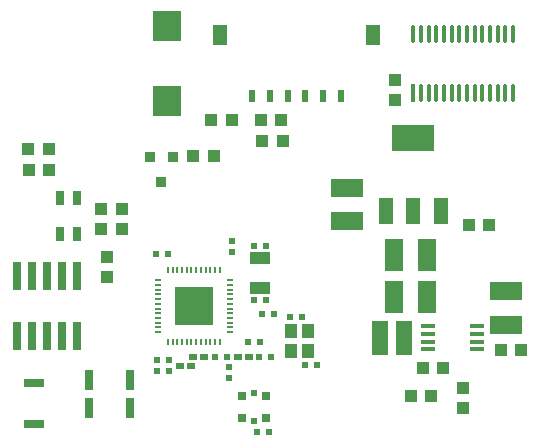
<source format=gtp>
%FSLAX25Y25*%
%MOIN*%
G70*
G01*
G75*
G04 Layer_Color=8421504*
%ADD10R,0.03000X0.09400*%
%ADD11R,0.06300X0.10700*%
%ADD12R,0.09500X0.10300*%
%ADD13O,0.00787X0.02559*%
%ADD14O,0.02559X0.00787*%
%ADD15R,0.18504X0.18504*%
%ADD16R,0.01575X0.06000*%
%ADD17O,0.01575X0.06000*%
%ADD18R,0.07087X0.03937*%
%ADD19R,0.04331X0.04724*%
%ADD20R,0.14200X0.08700*%
%ADD21R,0.04800X0.08800*%
%ADD22R,0.04800X0.01600*%
%ADD23R,0.06693X0.03150*%
%ADD24R,0.03150X0.06693*%
%ADD25R,0.04400X0.04000*%
%ADD26R,0.04000X0.04400*%
%ADD27R,0.03200X0.03600*%
%ADD28R,0.02800X0.04800*%
%ADD29R,0.05512X0.11811*%
%ADD30R,0.02559X0.01969*%
%ADD31R,0.02953X0.03150*%
%ADD32R,0.01969X0.02284*%
%ADD33R,0.02362X0.03937*%
%ADD34R,0.04921X0.07087*%
%ADD35R,0.02362X0.01969*%
%ADD36R,0.10700X0.06300*%
%ADD37R,0.01969X0.02362*%
%ADD38C,0.00600*%
%ADD39C,0.02500*%
%ADD40C,0.01200*%
%ADD41C,0.00800*%
%ADD42C,0.05000*%
%ADD43C,0.01000*%
%ADD44C,0.02000*%
%ADD45C,0.04500*%
%ADD46C,0.03700*%
%ADD47C,0.05906*%
G04:AMPARAMS|DCode=48|XSize=60mil|YSize=60mil|CornerRadius=0mil|HoleSize=0mil|Usage=FLASHONLY|Rotation=270.000|XOffset=0mil|YOffset=0mil|HoleType=Round|Shape=Octagon|*
%AMOCTAGOND48*
4,1,8,-0.01500,-0.03000,0.01500,-0.03000,0.03000,-0.01500,0.03000,0.01500,0.01500,0.03000,-0.01500,0.03000,-0.03000,0.01500,-0.03000,-0.01500,-0.01500,-0.03000,0.0*
%
%ADD48OCTAGOND48*%

%ADD49R,0.06000X0.06000*%
%ADD50C,0.02400*%
%ADD51C,0.02598*%
%ADD52C,0.00984*%
%ADD53C,0.01500*%
%ADD54C,0.00000*%
%ADD55C,0.01969*%
%ADD56C,0.00500*%
%ADD57C,0.00787*%
%ADD58C,0.00591*%
%ADD59C,0.01181*%
%ADD60C,0.00100*%
%ADD61R,0.12504X0.12504*%
D10*
X504000Y192000D02*
D03*
X499000D02*
D03*
X494000D02*
D03*
X489000D02*
D03*
X484000D02*
D03*
X504000Y172000D02*
D03*
X499000D02*
D03*
X494000D02*
D03*
X489000D02*
D03*
X484000D02*
D03*
D11*
X620600Y185000D02*
D03*
X609488D02*
D03*
X620600Y199000D02*
D03*
X609488D02*
D03*
D12*
X534000Y250402D02*
D03*
Y275600D02*
D03*
D13*
X551470Y193972D02*
D03*
X549895D02*
D03*
X548320D02*
D03*
X546745D02*
D03*
X545171D02*
D03*
X543596D02*
D03*
X542021D02*
D03*
X540446D02*
D03*
X538871D02*
D03*
X537297D02*
D03*
X535722D02*
D03*
X534147D02*
D03*
Y170153D02*
D03*
X535722D02*
D03*
X537297D02*
D03*
X538871D02*
D03*
X540446D02*
D03*
X542021D02*
D03*
X543596D02*
D03*
X545171D02*
D03*
X546745D02*
D03*
X548320D02*
D03*
X549895D02*
D03*
X551470D02*
D03*
D14*
X530899Y190724D02*
D03*
Y189150D02*
D03*
Y187575D02*
D03*
Y186000D02*
D03*
Y184425D02*
D03*
Y182850D02*
D03*
Y181276D02*
D03*
Y179701D02*
D03*
Y178126D02*
D03*
Y176551D02*
D03*
Y174976D02*
D03*
Y173402D02*
D03*
X554718D02*
D03*
Y174976D02*
D03*
Y176551D02*
D03*
Y178126D02*
D03*
Y179701D02*
D03*
Y181276D02*
D03*
Y182850D02*
D03*
Y184425D02*
D03*
Y186000D02*
D03*
Y187575D02*
D03*
Y189150D02*
D03*
Y190724D02*
D03*
D16*
X616000Y253000D02*
D03*
D17*
X618559D02*
D03*
X621118D02*
D03*
X623677D02*
D03*
X626236D02*
D03*
X628795D02*
D03*
X631354D02*
D03*
X633913D02*
D03*
X636473D02*
D03*
X639032D02*
D03*
X641591D02*
D03*
X644150D02*
D03*
X646709D02*
D03*
X649268D02*
D03*
X616000Y272685D02*
D03*
X618559D02*
D03*
X621118D02*
D03*
X623677D02*
D03*
X626236D02*
D03*
X628795D02*
D03*
X631354D02*
D03*
X633913D02*
D03*
X636473D02*
D03*
X639032D02*
D03*
X641591D02*
D03*
X644150D02*
D03*
X646709D02*
D03*
X649268D02*
D03*
D18*
X564808Y188142D02*
D03*
Y197984D02*
D03*
D19*
X580756Y173846D02*
D03*
X575244Y173846D02*
D03*
X580756Y167154D02*
D03*
X575244D02*
D03*
D20*
X616000Y238300D02*
D03*
D21*
X625100Y213800D02*
D03*
X616000D02*
D03*
X606900D02*
D03*
D22*
X637071Y167661D02*
D03*
Y170220D02*
D03*
Y172800D02*
D03*
Y175400D02*
D03*
X620900D02*
D03*
Y172800D02*
D03*
Y170220D02*
D03*
Y167661D02*
D03*
D23*
X489500Y142925D02*
D03*
Y156311D02*
D03*
D24*
X508000Y157500D02*
D03*
X521386D02*
D03*
X508000Y148000D02*
D03*
X521386D02*
D03*
D25*
X487653Y234500D02*
D03*
X494400D02*
D03*
X565654Y237000D02*
D03*
X572400D02*
D03*
X565154Y244000D02*
D03*
X571900D02*
D03*
X542654Y232000D02*
D03*
X549400D02*
D03*
X487797Y227371D02*
D03*
X494543D02*
D03*
X621846Y152000D02*
D03*
X615100D02*
D03*
X641347Y209000D02*
D03*
X634600D02*
D03*
X645053Y167500D02*
D03*
X651800D02*
D03*
X619153Y161500D02*
D03*
X625900D02*
D03*
X548654Y244000D02*
D03*
X555400D02*
D03*
D26*
X512000Y207653D02*
D03*
Y214400D02*
D03*
X519000Y207653D02*
D03*
Y214400D02*
D03*
X514000Y191654D02*
D03*
Y198400D02*
D03*
X632500Y148153D02*
D03*
Y154900D02*
D03*
X610000Y250654D02*
D03*
Y257400D02*
D03*
D27*
X535740Y231937D02*
D03*
X528200D02*
D03*
X532000Y223600D02*
D03*
D28*
X503800Y206095D02*
D03*
X498244D02*
D03*
X503800Y218000D02*
D03*
X498244D02*
D03*
D29*
X605000Y171500D02*
D03*
X612874D02*
D03*
D30*
X557630Y165000D02*
D03*
X561370D02*
D03*
X538130Y162000D02*
D03*
X541870D02*
D03*
X542630Y165000D02*
D03*
X546370D02*
D03*
D31*
X567035Y144760D02*
D03*
X558965D02*
D03*
X567035Y152240D02*
D03*
X558965D02*
D03*
D32*
X563000Y143933D02*
D03*
Y153067D02*
D03*
D33*
X562236Y252000D02*
D03*
X568142D02*
D03*
X574047D02*
D03*
X579953D02*
D03*
X585858D02*
D03*
X591764D02*
D03*
D34*
X551488Y272472D02*
D03*
X602512D02*
D03*
D35*
X564032Y140000D02*
D03*
X567969D02*
D03*
X566777Y202063D02*
D03*
X562840D02*
D03*
X566777Y184063D02*
D03*
X562840D02*
D03*
X534277Y199563D02*
D03*
X530340D02*
D03*
X534469Y164000D02*
D03*
X530532D02*
D03*
X560840Y170063D02*
D03*
X564777D02*
D03*
X565531Y179500D02*
D03*
X569468D02*
D03*
X564532Y165000D02*
D03*
X568469D02*
D03*
X550032D02*
D03*
X553968D02*
D03*
X534469Y160500D02*
D03*
X530532D02*
D03*
X574840Y178563D02*
D03*
X578777D02*
D03*
X579840Y162563D02*
D03*
X583777D02*
D03*
D36*
X594000Y210400D02*
D03*
Y221512D02*
D03*
X647000Y187050D02*
D03*
Y175938D02*
D03*
D37*
X555500Y200031D02*
D03*
Y203969D02*
D03*
X554500Y161969D02*
D03*
Y158031D02*
D03*
D61*
X542808Y182063D02*
D03*
M02*

</source>
